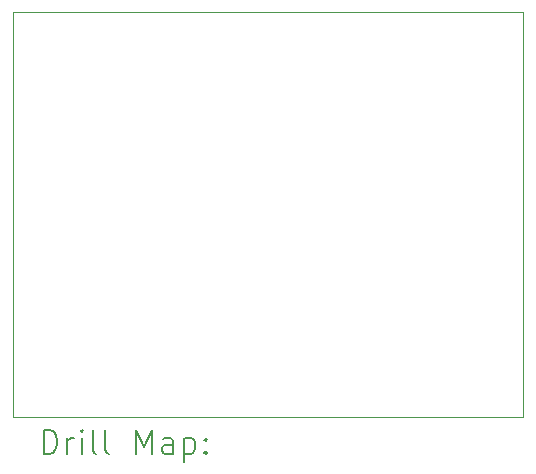
<source format=gbr>
%TF.GenerationSoftware,KiCad,Pcbnew,8.0.3*%
%TF.CreationDate,2024-12-07T17:37:52-06:00*%
%TF.ProjectId,XVI Overclock,58564920-4f76-4657-9263-6c6f636b2e6b,rev?*%
%TF.SameCoordinates,Original*%
%TF.FileFunction,Drillmap*%
%TF.FilePolarity,Positive*%
%FSLAX45Y45*%
G04 Gerber Fmt 4.5, Leading zero omitted, Abs format (unit mm)*
G04 Created by KiCad (PCBNEW 8.0.3) date 2024-12-07 17:37:52*
%MOMM*%
%LPD*%
G01*
G04 APERTURE LIST*
%ADD10C,0.050000*%
%ADD11C,0.200000*%
G04 APERTURE END LIST*
D10*
X17335500Y-12065000D02*
X17335500Y-11430000D01*
X13017500Y-12065000D02*
X17335500Y-12065000D01*
X13017500Y-8636000D02*
X13017500Y-12065000D01*
X17335500Y-8636000D02*
X13017500Y-8636000D01*
X17335500Y-11430000D02*
X17335500Y-8636000D01*
D11*
X13275777Y-12378984D02*
X13275777Y-12178984D01*
X13275777Y-12178984D02*
X13323396Y-12178984D01*
X13323396Y-12178984D02*
X13351967Y-12188508D01*
X13351967Y-12188508D02*
X13371015Y-12207555D01*
X13371015Y-12207555D02*
X13380539Y-12226603D01*
X13380539Y-12226603D02*
X13390062Y-12264698D01*
X13390062Y-12264698D02*
X13390062Y-12293269D01*
X13390062Y-12293269D02*
X13380539Y-12331365D01*
X13380539Y-12331365D02*
X13371015Y-12350412D01*
X13371015Y-12350412D02*
X13351967Y-12369460D01*
X13351967Y-12369460D02*
X13323396Y-12378984D01*
X13323396Y-12378984D02*
X13275777Y-12378984D01*
X13475777Y-12378984D02*
X13475777Y-12245650D01*
X13475777Y-12283746D02*
X13485301Y-12264698D01*
X13485301Y-12264698D02*
X13494824Y-12255174D01*
X13494824Y-12255174D02*
X13513872Y-12245650D01*
X13513872Y-12245650D02*
X13532920Y-12245650D01*
X13599586Y-12378984D02*
X13599586Y-12245650D01*
X13599586Y-12178984D02*
X13590062Y-12188508D01*
X13590062Y-12188508D02*
X13599586Y-12198031D01*
X13599586Y-12198031D02*
X13609110Y-12188508D01*
X13609110Y-12188508D02*
X13599586Y-12178984D01*
X13599586Y-12178984D02*
X13599586Y-12198031D01*
X13723396Y-12378984D02*
X13704348Y-12369460D01*
X13704348Y-12369460D02*
X13694824Y-12350412D01*
X13694824Y-12350412D02*
X13694824Y-12178984D01*
X13828158Y-12378984D02*
X13809110Y-12369460D01*
X13809110Y-12369460D02*
X13799586Y-12350412D01*
X13799586Y-12350412D02*
X13799586Y-12178984D01*
X14056729Y-12378984D02*
X14056729Y-12178984D01*
X14056729Y-12178984D02*
X14123396Y-12321841D01*
X14123396Y-12321841D02*
X14190062Y-12178984D01*
X14190062Y-12178984D02*
X14190062Y-12378984D01*
X14371015Y-12378984D02*
X14371015Y-12274222D01*
X14371015Y-12274222D02*
X14361491Y-12255174D01*
X14361491Y-12255174D02*
X14342443Y-12245650D01*
X14342443Y-12245650D02*
X14304348Y-12245650D01*
X14304348Y-12245650D02*
X14285301Y-12255174D01*
X14371015Y-12369460D02*
X14351967Y-12378984D01*
X14351967Y-12378984D02*
X14304348Y-12378984D01*
X14304348Y-12378984D02*
X14285301Y-12369460D01*
X14285301Y-12369460D02*
X14275777Y-12350412D01*
X14275777Y-12350412D02*
X14275777Y-12331365D01*
X14275777Y-12331365D02*
X14285301Y-12312317D01*
X14285301Y-12312317D02*
X14304348Y-12302793D01*
X14304348Y-12302793D02*
X14351967Y-12302793D01*
X14351967Y-12302793D02*
X14371015Y-12293269D01*
X14466253Y-12245650D02*
X14466253Y-12445650D01*
X14466253Y-12255174D02*
X14485301Y-12245650D01*
X14485301Y-12245650D02*
X14523396Y-12245650D01*
X14523396Y-12245650D02*
X14542443Y-12255174D01*
X14542443Y-12255174D02*
X14551967Y-12264698D01*
X14551967Y-12264698D02*
X14561491Y-12283746D01*
X14561491Y-12283746D02*
X14561491Y-12340888D01*
X14561491Y-12340888D02*
X14551967Y-12359936D01*
X14551967Y-12359936D02*
X14542443Y-12369460D01*
X14542443Y-12369460D02*
X14523396Y-12378984D01*
X14523396Y-12378984D02*
X14485301Y-12378984D01*
X14485301Y-12378984D02*
X14466253Y-12369460D01*
X14647205Y-12359936D02*
X14656729Y-12369460D01*
X14656729Y-12369460D02*
X14647205Y-12378984D01*
X14647205Y-12378984D02*
X14637682Y-12369460D01*
X14637682Y-12369460D02*
X14647205Y-12359936D01*
X14647205Y-12359936D02*
X14647205Y-12378984D01*
X14647205Y-12255174D02*
X14656729Y-12264698D01*
X14656729Y-12264698D02*
X14647205Y-12274222D01*
X14647205Y-12274222D02*
X14637682Y-12264698D01*
X14637682Y-12264698D02*
X14647205Y-12255174D01*
X14647205Y-12255174D02*
X14647205Y-12274222D01*
M02*

</source>
